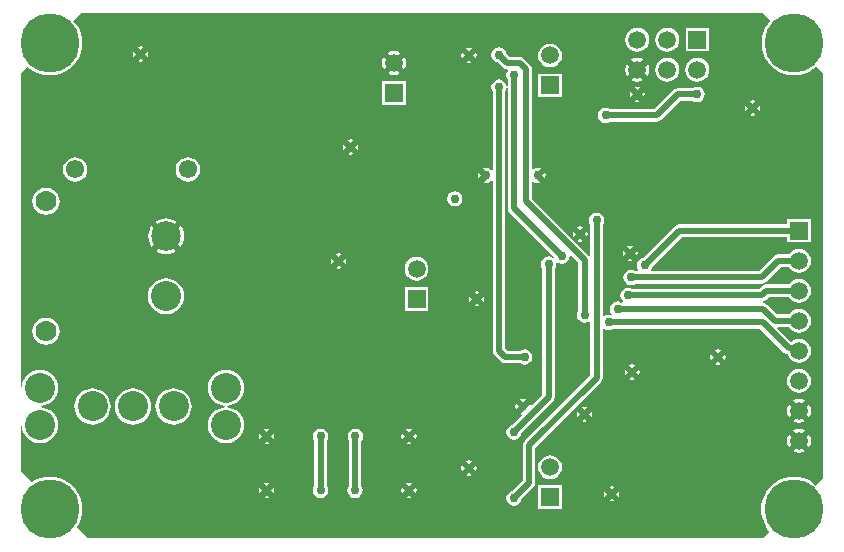
<source format=gbl>
G04*
G04 #@! TF.GenerationSoftware,Altium Limited,Altium Designer,19.0.12 (326)*
G04*
G04 Layer_Physical_Order=2*
G04 Layer_Color=16711680*
%FSLAX25Y25*%
%MOIN*%
G70*
G01*
G75*
%ADD88C,0.02000*%
%ADD92C,0.10000*%
%ADD93C,0.09843*%
%ADD94C,0.07000*%
%ADD95C,0.19685*%
%ADD96R,0.05906X0.05906*%
%ADD97C,0.05906*%
%ADD98C,0.06102*%
%ADD99R,0.05906X0.05906*%
%ADD100C,0.03000*%
G36*
X252944Y175566D02*
X252144Y174629D01*
X251252Y173174D01*
X250599Y171597D01*
X250201Y169938D01*
X250067Y168236D01*
X250201Y166535D01*
X250599Y164875D01*
X251252Y163299D01*
X252144Y161844D01*
X253253Y160546D01*
X254550Y159437D01*
X256005Y158546D01*
X257582Y157893D01*
X259242Y157494D01*
X260943Y157360D01*
X262645Y157494D01*
X264304Y157893D01*
X265881Y158546D01*
X267336Y159437D01*
X268273Y160237D01*
X270510Y158000D01*
Y23000D01*
X268161Y20651D01*
X267139Y21523D01*
X265684Y22415D01*
X264107Y23068D01*
X262448Y23467D01*
X260746Y23600D01*
X259045Y23467D01*
X257385Y23068D01*
X255809Y22415D01*
X254353Y21523D01*
X253056Y20415D01*
X251947Y19117D01*
X251056Y17662D01*
X250402Y16085D01*
X250004Y14426D01*
X249870Y12724D01*
X250004Y11023D01*
X250402Y9364D01*
X251056Y7787D01*
X251947Y6332D01*
X252820Y5310D01*
X250510Y3000D01*
X25510D01*
X21766Y6744D01*
X22405Y7787D01*
X23058Y9364D01*
X23457Y11023D01*
X23591Y12724D01*
X23457Y14426D01*
X23058Y16085D01*
X22405Y17662D01*
X21514Y19117D01*
X20405Y20415D01*
X19107Y21523D01*
X17652Y22415D01*
X16076Y23068D01*
X14416Y23467D01*
X12715Y23600D01*
X11013Y23467D01*
X9354Y23068D01*
X7777Y22415D01*
X6734Y21776D01*
X3010Y25500D01*
Y40431D01*
X3510Y40455D01*
X3597Y39574D01*
X3940Y38443D01*
X4497Y37400D01*
X5247Y36487D01*
X6160Y35737D01*
X7203Y35180D01*
X8334Y34837D01*
X9510Y34721D01*
X10686Y34837D01*
X11817Y35180D01*
X12859Y35737D01*
X13773Y36487D01*
X14523Y37400D01*
X15080Y38443D01*
X15423Y39574D01*
X15539Y40750D01*
X15423Y41926D01*
X15080Y43057D01*
X14523Y44100D01*
X13773Y45013D01*
X12859Y45763D01*
X11817Y46320D01*
X10686Y46663D01*
X9817Y46749D01*
Y47251D01*
X10686Y47337D01*
X11817Y47680D01*
X12859Y48237D01*
X13773Y48987D01*
X14523Y49900D01*
X15080Y50943D01*
X15423Y52074D01*
X15539Y53250D01*
X15423Y54426D01*
X15080Y55557D01*
X14523Y56600D01*
X13773Y57513D01*
X12859Y58263D01*
X11817Y58820D01*
X10686Y59163D01*
X9510Y59279D01*
X8334Y59163D01*
X7203Y58820D01*
X6160Y58263D01*
X5247Y57513D01*
X4497Y56600D01*
X3940Y55557D01*
X3597Y54426D01*
X3510Y53545D01*
X3010Y53569D01*
Y158000D01*
X5311Y160301D01*
X6322Y159437D01*
X7777Y158546D01*
X9354Y157893D01*
X11013Y157494D01*
X12715Y157360D01*
X14416Y157494D01*
X16076Y157893D01*
X17652Y158546D01*
X19107Y159437D01*
X20405Y160546D01*
X21514Y161844D01*
X22405Y163299D01*
X23058Y164875D01*
X23457Y166535D01*
X23591Y168236D01*
X23457Y169938D01*
X23058Y171597D01*
X22405Y173174D01*
X21514Y174629D01*
X20650Y175640D01*
X23010Y178000D01*
X250510D01*
X252944Y175566D01*
D02*
G37*
%LPC*%
G36*
X43010Y167049D02*
X42064Y166861D01*
X43010Y165914D01*
X43957Y166861D01*
X43010Y167049D01*
D02*
G37*
G36*
X152510Y166549D02*
X151564Y166361D01*
X152510Y165414D01*
X153456Y166361D01*
X152510Y166549D01*
D02*
G37*
G36*
X232595Y173256D02*
X224690D01*
Y165350D01*
X232595D01*
Y173256D01*
D02*
G37*
G36*
X218642Y173290D02*
X217610Y173154D01*
X216649Y172756D01*
X215823Y172122D01*
X215190Y171297D01*
X214791Y170335D01*
X214655Y169303D01*
X214791Y168271D01*
X215190Y167310D01*
X215823Y166484D01*
X216649Y165850D01*
X217610Y165452D01*
X218642Y165316D01*
X219674Y165452D01*
X220636Y165850D01*
X221461Y166484D01*
X222095Y167310D01*
X222493Y168271D01*
X222629Y169303D01*
X222493Y170335D01*
X222095Y171297D01*
X221461Y172122D01*
X220636Y172756D01*
X219674Y173154D01*
X218642Y173290D01*
D02*
G37*
G36*
X208642D02*
X207610Y173154D01*
X206649Y172756D01*
X205823Y172122D01*
X205190Y171297D01*
X204791Y170335D01*
X204655Y169303D01*
X204791Y168271D01*
X205190Y167310D01*
X205823Y166484D01*
X206649Y165850D01*
X207610Y165452D01*
X208642Y165316D01*
X209674Y165452D01*
X210636Y165850D01*
X211461Y166484D01*
X212095Y167310D01*
X212493Y168271D01*
X212629Y169303D01*
X212493Y170335D01*
X212095Y171297D01*
X211461Y172122D01*
X210636Y172756D01*
X209674Y173154D01*
X208642Y173290D01*
D02*
G37*
G36*
X45371Y165446D02*
X44424Y164500D01*
X45371Y163554D01*
X45559Y164500D01*
X45371Y165446D01*
D02*
G37*
G36*
X40649Y165446D02*
X40461Y164500D01*
X40649Y163554D01*
X41596Y164500D01*
X40649Y165446D01*
D02*
G37*
G36*
X154871Y164946D02*
X153924Y164000D01*
X154871Y163054D01*
X155059Y164000D01*
X154871Y164946D01*
D02*
G37*
G36*
X150149Y164946D02*
X149961Y164000D01*
X150149Y163054D01*
X151096Y164000D01*
X150149Y164946D01*
D02*
G37*
G36*
X127510Y165487D02*
X126478Y165351D01*
X125517Y164953D01*
X125491Y164933D01*
X127510Y162914D01*
X129529Y164933D01*
X129503Y164953D01*
X128542Y165351D01*
X127510Y165487D01*
D02*
G37*
G36*
X43010Y163086D02*
X42064Y162139D01*
X43010Y161951D01*
X43957Y162139D01*
X43010Y163086D01*
D02*
G37*
G36*
X152510Y162586D02*
X151564Y161639D01*
X152510Y161451D01*
X153456Y161639D01*
X152510Y162586D01*
D02*
G37*
G36*
X208642Y163290D02*
X207610Y163154D01*
X206649Y162756D01*
X206623Y162736D01*
X208642Y160717D01*
X210661Y162736D01*
X210636Y162756D01*
X209674Y163154D01*
X208642Y163290D01*
D02*
G37*
G36*
X179510Y167987D02*
X178478Y167851D01*
X177517Y167453D01*
X176691Y166819D01*
X176057Y165993D01*
X175659Y165032D01*
X175523Y164000D01*
X175659Y162968D01*
X176057Y162007D01*
X176691Y161181D01*
X177517Y160547D01*
X178478Y160149D01*
X179510Y160013D01*
X180542Y160149D01*
X181503Y160547D01*
X182329Y161181D01*
X182963Y162007D01*
X183361Y162968D01*
X183497Y164000D01*
X183361Y165032D01*
X182963Y165993D01*
X182329Y166819D01*
X181503Y167453D01*
X180542Y167851D01*
X179510Y167987D01*
D02*
G37*
G36*
X124077Y163519D02*
X124057Y163493D01*
X123659Y162532D01*
X123523Y161500D01*
X123659Y160468D01*
X124057Y159507D01*
X124077Y159481D01*
X126096Y161500D01*
X124077Y163519D01*
D02*
G37*
G36*
X130943Y163519D02*
X128924Y161500D01*
X130943Y159481D01*
X130963Y159507D01*
X131361Y160468D01*
X131497Y161500D01*
X131361Y162532D01*
X130963Y163493D01*
X130943Y163519D01*
D02*
G37*
G36*
X127510Y160086D02*
X125491Y158067D01*
X125517Y158047D01*
X126478Y157649D01*
X127510Y157513D01*
X128542Y157649D01*
X129503Y158047D01*
X129529Y158067D01*
X127510Y160086D01*
D02*
G37*
G36*
X212075Y161322D02*
X210056Y159303D01*
X212075Y157284D01*
X212095Y157310D01*
X212493Y158271D01*
X212629Y159303D01*
X212493Y160335D01*
X212095Y161297D01*
X212075Y161322D01*
D02*
G37*
G36*
X205209Y161322D02*
X205190Y161297D01*
X204791Y160335D01*
X204655Y159303D01*
X204791Y158271D01*
X205190Y157310D01*
X205209Y157284D01*
X207228Y159303D01*
X205209Y161322D01*
D02*
G37*
G36*
X228642Y163290D02*
X227610Y163154D01*
X226649Y162756D01*
X225823Y162122D01*
X225190Y161297D01*
X224791Y160335D01*
X224655Y159303D01*
X224791Y158271D01*
X225190Y157310D01*
X225823Y156484D01*
X226649Y155850D01*
X227610Y155452D01*
X228642Y155316D01*
X229674Y155452D01*
X230636Y155850D01*
X231461Y156484D01*
X232095Y157310D01*
X232493Y158271D01*
X232629Y159303D01*
X232493Y160335D01*
X232095Y161297D01*
X231461Y162122D01*
X230636Y162756D01*
X229674Y163154D01*
X228642Y163290D01*
D02*
G37*
G36*
X218642D02*
X217610Y163154D01*
X216649Y162756D01*
X215823Y162122D01*
X215190Y161297D01*
X214791Y160335D01*
X214655Y159303D01*
X214791Y158271D01*
X215190Y157310D01*
X215823Y156484D01*
X216649Y155850D01*
X217610Y155452D01*
X218642Y155316D01*
X219674Y155452D01*
X220636Y155850D01*
X221461Y156484D01*
X222095Y157310D01*
X222493Y158271D01*
X222629Y159303D01*
X222493Y160335D01*
X222095Y161297D01*
X221461Y162122D01*
X220636Y162756D01*
X219674Y163154D01*
X218642Y163290D01*
D02*
G37*
G36*
X208642Y157889D02*
X206623Y155870D01*
X206649Y155850D01*
X207610Y155452D01*
X208642Y155316D01*
X209674Y155452D01*
X210636Y155850D01*
X210661Y155870D01*
X208642Y157889D01*
D02*
G37*
G36*
X162510Y166758D02*
X161535Y166564D01*
X160708Y166011D01*
X160155Y165184D01*
X159961Y164209D01*
X160155Y163233D01*
X160708Y162406D01*
X161535Y161854D01*
X162092Y161743D01*
X163777Y160058D01*
X164438Y159616D01*
X165219Y159461D01*
X165479Y158961D01*
X165155Y158475D01*
X164961Y157500D01*
X165155Y156525D01*
X165471Y156052D01*
Y153992D01*
X164971Y153943D01*
X164865Y154475D01*
X164312Y155302D01*
X163485Y155855D01*
X162510Y156049D01*
X161535Y155855D01*
X160708Y155302D01*
X160155Y154475D01*
X159961Y153500D01*
X160155Y152525D01*
X160471Y152052D01*
Y125717D01*
X159971Y125565D01*
X159812Y125802D01*
X158985Y126355D01*
X158010Y126549D01*
X157063Y126361D01*
X158717Y124707D01*
X158010Y124000D01*
X158717Y123293D01*
X157063Y121639D01*
X158010Y121451D01*
X158985Y121645D01*
X159812Y122198D01*
X159971Y122435D01*
X160471Y122283D01*
Y65500D01*
X160626Y64720D01*
X161068Y64058D01*
X163068Y62058D01*
X163730Y61616D01*
X164510Y61461D01*
X169562D01*
X170035Y61145D01*
X171010Y60951D01*
X171985Y61145D01*
X172812Y61698D01*
X173365Y62525D01*
X173559Y63500D01*
X173365Y64476D01*
X172812Y65302D01*
X171985Y65855D01*
X171010Y66049D01*
X170035Y65855D01*
X169562Y65539D01*
X165355D01*
X164549Y66345D01*
Y152052D01*
X164865Y152525D01*
X164971Y153057D01*
X165471Y153007D01*
Y113092D01*
X165626Y112311D01*
X166068Y111650D01*
X180817Y96900D01*
X180499Y96512D01*
X179985Y96855D01*
X179010Y97049D01*
X178034Y96855D01*
X177208Y96302D01*
X176655Y95476D01*
X176461Y94500D01*
X176655Y93525D01*
X176971Y93052D01*
Y50845D01*
X173495Y47369D01*
X172953Y47534D01*
X172871Y47947D01*
X171217Y46293D01*
X169563Y44639D01*
X169976Y44557D01*
X170141Y44015D01*
X167092Y40966D01*
X166534Y40855D01*
X165708Y40302D01*
X165155Y39476D01*
X164961Y38500D01*
X165155Y37525D01*
X165708Y36698D01*
X166534Y36145D01*
X167510Y35951D01*
X168485Y36145D01*
X169312Y36698D01*
X169865Y37525D01*
X169976Y38082D01*
X180452Y48558D01*
X180894Y49220D01*
X181049Y50000D01*
X181049Y50000D01*
Y93052D01*
X181365Y93525D01*
X181559Y94500D01*
X181492Y94835D01*
X181942Y95135D01*
X182525Y94746D01*
X183501Y94552D01*
X184476Y94746D01*
X185303Y95298D01*
X185856Y96125D01*
X186050Y97101D01*
X186011Y97294D01*
X186472Y97540D01*
X188971Y95042D01*
Y78948D01*
X188655Y78475D01*
X188461Y77500D01*
X188655Y76525D01*
X189208Y75698D01*
X190034Y75145D01*
X191010Y74951D01*
X191985Y75145D01*
X192471Y75469D01*
X192971Y75202D01*
Y57345D01*
X171068Y35442D01*
X170626Y34780D01*
X170471Y34000D01*
Y22345D01*
X167092Y18966D01*
X166534Y18855D01*
X165708Y18302D01*
X165155Y17476D01*
X164961Y16500D01*
X165155Y15525D01*
X165708Y14698D01*
X166534Y14145D01*
X167510Y13951D01*
X168485Y14145D01*
X169312Y14698D01*
X169865Y15525D01*
X169976Y16082D01*
X173952Y20058D01*
X174394Y20720D01*
X174549Y21500D01*
Y33155D01*
X196452Y55058D01*
X196452Y55058D01*
X196894Y55720D01*
X197049Y56500D01*
X197049Y56500D01*
Y72702D01*
X197549Y72969D01*
X198035Y72645D01*
X199010Y72451D01*
X199985Y72645D01*
X200458Y72961D01*
X249665D01*
X257672Y64954D01*
X258334Y64512D01*
X258735Y64432D01*
X259057Y63655D01*
X259691Y62829D01*
X260517Y62196D01*
X261478Y61797D01*
X262510Y61661D01*
X263542Y61797D01*
X264503Y62196D01*
X265329Y62829D01*
X265963Y63655D01*
X266361Y64617D01*
X266497Y65648D01*
X266361Y66680D01*
X265963Y67642D01*
X265329Y68467D01*
X264503Y69101D01*
X263542Y69499D01*
X262510Y69635D01*
X261478Y69499D01*
X260517Y69101D01*
X259824Y68570D01*
X255247Y73147D01*
X255438Y73609D01*
X259092D01*
X259691Y72829D01*
X260517Y72196D01*
X261478Y71797D01*
X262510Y71662D01*
X263542Y71797D01*
X264503Y72196D01*
X265329Y72829D01*
X265963Y73655D01*
X266361Y74616D01*
X266497Y75648D01*
X266361Y76680D01*
X265963Y77642D01*
X265329Y78468D01*
X264503Y79101D01*
X263542Y79499D01*
X262510Y79635D01*
X261478Y79499D01*
X260517Y79101D01*
X259691Y78468D01*
X259092Y77688D01*
X255206D01*
X251952Y80942D01*
X251290Y81384D01*
X250510Y81539D01*
X250453D01*
X250404Y82039D01*
X250790Y82116D01*
X251452Y82558D01*
X252503Y83609D01*
X259092D01*
X259691Y82829D01*
X260517Y82196D01*
X261478Y81797D01*
X262510Y81661D01*
X263542Y81797D01*
X264503Y82196D01*
X265329Y82829D01*
X265963Y83655D01*
X266361Y84617D01*
X266497Y85648D01*
X266361Y86680D01*
X265963Y87642D01*
X265329Y88468D01*
X264503Y89101D01*
X263542Y89499D01*
X262510Y89635D01*
X261478Y89499D01*
X260517Y89101D01*
X259691Y88468D01*
X259092Y87687D01*
X251658D01*
X250878Y87532D01*
X250216Y87090D01*
X249165Y86039D01*
X206958D01*
X206485Y86355D01*
X205510Y86549D01*
X204535Y86355D01*
X203708Y85802D01*
X203155Y84975D01*
X202961Y84000D01*
X203155Y83025D01*
X203681Y82237D01*
X203681Y82105D01*
X203564Y81692D01*
X203320Y81632D01*
X202985Y81855D01*
X202010Y82049D01*
X201034Y81855D01*
X200208Y81302D01*
X199655Y80475D01*
X199461Y79500D01*
X199655Y78525D01*
X200130Y77814D01*
X199848Y77382D01*
X199010Y77549D01*
X198035Y77355D01*
X197549Y77031D01*
X197049Y77298D01*
Y107552D01*
X197365Y108025D01*
X197559Y109000D01*
X197365Y109976D01*
X196812Y110802D01*
X195985Y111355D01*
X195010Y111549D01*
X194035Y111355D01*
X193208Y110802D01*
X192655Y109976D01*
X192461Y109000D01*
X192655Y108025D01*
X192971Y107552D01*
Y97452D01*
X192471Y97300D01*
X192452Y97328D01*
X192452Y97328D01*
X173549Y116231D01*
Y121702D01*
X174049Y121969D01*
X174534Y121645D01*
X175510Y121451D01*
X176456Y121639D01*
X174803Y123293D01*
X175510Y124000D01*
X174803Y124707D01*
X176456Y126361D01*
X175510Y126549D01*
X174534Y126355D01*
X174049Y126031D01*
X173549Y126298D01*
Y159500D01*
X173394Y160280D01*
X172952Y160942D01*
X170952Y162942D01*
X170290Y163384D01*
X169510Y163539D01*
X166063D01*
X164976Y164627D01*
X164865Y165184D01*
X164312Y166011D01*
X163485Y166564D01*
X162510Y166758D01*
D02*
G37*
G36*
X208642Y153549D02*
X207696Y153361D01*
X208642Y152414D01*
X209589Y153361D01*
X208642Y153549D01*
D02*
G37*
G36*
X211003Y151946D02*
X210056Y151000D01*
X211003Y150054D01*
X211191Y151000D01*
X211003Y151946D01*
D02*
G37*
G36*
X206282Y151946D02*
X206093Y151000D01*
X206282Y150054D01*
X207228Y151000D01*
X206282Y151946D01*
D02*
G37*
G36*
X183463Y157953D02*
X175557D01*
Y150047D01*
X183463D01*
Y157953D01*
D02*
G37*
G36*
X228642Y153549D02*
X227667Y153355D01*
X227194Y153039D01*
X222010D01*
X221230Y152884D01*
X220568Y152442D01*
X220568Y152442D01*
X214165Y146039D01*
X199458D01*
X198985Y146355D01*
X198010Y146549D01*
X197035Y146355D01*
X196208Y145802D01*
X195655Y144975D01*
X195461Y144000D01*
X195655Y143025D01*
X196208Y142198D01*
X197035Y141645D01*
X198010Y141451D01*
X198985Y141645D01*
X199458Y141961D01*
X215010D01*
X215790Y142116D01*
X216452Y142558D01*
X222855Y148961D01*
X227194D01*
X227667Y148645D01*
X228642Y148451D01*
X229618Y148645D01*
X230445Y149198D01*
X230997Y150025D01*
X231191Y151000D01*
X230997Y151976D01*
X230445Y152802D01*
X229618Y153355D01*
X228642Y153549D01*
D02*
G37*
G36*
X208642Y149586D02*
X207696Y148639D01*
X208642Y148451D01*
X209589Y148639D01*
X208642Y149586D01*
D02*
G37*
G36*
X247010Y149049D02*
X246063Y148861D01*
X247010Y147914D01*
X247956Y148861D01*
X247010Y149049D01*
D02*
G37*
G36*
X131463Y155453D02*
X123557D01*
Y147547D01*
X131463D01*
Y155453D01*
D02*
G37*
G36*
X249371Y147447D02*
X248424Y146500D01*
X249371Y145554D01*
X249559Y146500D01*
X249371Y147447D01*
D02*
G37*
G36*
X244649Y147447D02*
X244461Y146500D01*
X244649Y145554D01*
X245596Y146500D01*
X244649Y147447D01*
D02*
G37*
G36*
X247010Y145086D02*
X246063Y144139D01*
X247010Y143951D01*
X247956Y144139D01*
X247010Y145086D01*
D02*
G37*
G36*
X113010Y136049D02*
X112064Y135861D01*
X113010Y134914D01*
X113956Y135861D01*
X113010Y136049D01*
D02*
G37*
G36*
X115371Y134447D02*
X114424Y133500D01*
X115371Y132554D01*
X115559Y133500D01*
X115371Y134447D01*
D02*
G37*
G36*
X110649Y134447D02*
X110461Y133500D01*
X110649Y132554D01*
X111596Y133500D01*
X110649Y134447D01*
D02*
G37*
G36*
X113010Y132086D02*
X112064Y131139D01*
X113010Y130951D01*
X113956Y131139D01*
X113010Y132086D01*
D02*
G37*
G36*
X177871Y124946D02*
X176924Y124000D01*
X177871Y123054D01*
X178059Y124000D01*
X177871Y124946D01*
D02*
G37*
G36*
X155649Y124946D02*
X155461Y124000D01*
X155649Y123054D01*
X156596Y124000D01*
X155649Y124946D01*
D02*
G37*
G36*
X58789Y130086D02*
X57732Y129947D01*
X56747Y129539D01*
X55900Y128889D01*
X55251Y128043D01*
X54843Y127058D01*
X54703Y126000D01*
X54843Y124942D01*
X55251Y123957D01*
X55900Y123111D01*
X56747Y122461D01*
X57732Y122053D01*
X58789Y121914D01*
X59847Y122053D01*
X60833Y122461D01*
X61679Y123111D01*
X62328Y123957D01*
X62736Y124942D01*
X62876Y126000D01*
X62736Y127058D01*
X62328Y128043D01*
X61679Y128889D01*
X60833Y129539D01*
X59847Y129947D01*
X58789Y130086D01*
D02*
G37*
G36*
X21230D02*
X20173Y129947D01*
X19187Y129539D01*
X18341Y128889D01*
X17692Y128043D01*
X17284Y127058D01*
X17144Y126000D01*
X17284Y124942D01*
X17692Y123957D01*
X18341Y123111D01*
X19187Y122461D01*
X20173Y122053D01*
X21230Y121914D01*
X22288Y122053D01*
X23273Y122461D01*
X24120Y123111D01*
X24769Y123957D01*
X25177Y124942D01*
X25317Y126000D01*
X25177Y127058D01*
X24769Y128043D01*
X24120Y128889D01*
X23273Y129539D01*
X22288Y129947D01*
X21230Y130086D01*
D02*
G37*
G36*
X147708Y118830D02*
X146733Y118636D01*
X145906Y118084D01*
X145353Y117257D01*
X145159Y116281D01*
X145353Y115306D01*
X145906Y114479D01*
X146733Y113926D01*
X147708Y113732D01*
X148684Y113926D01*
X149511Y114479D01*
X150063Y115306D01*
X150257Y116281D01*
X150063Y117257D01*
X149511Y118084D01*
X148684Y118636D01*
X147708Y118830D01*
D02*
G37*
G36*
X11510Y119925D02*
X10335Y119770D01*
X9241Y119317D01*
X8301Y118596D01*
X7579Y117656D01*
X7126Y116561D01*
X6971Y115386D01*
X7126Y114211D01*
X7579Y113117D01*
X8301Y112177D01*
X9241Y111455D01*
X10335Y111002D01*
X11510Y110847D01*
X12685Y111002D01*
X13779Y111455D01*
X14719Y112177D01*
X15441Y113117D01*
X15894Y114211D01*
X16049Y115386D01*
X15894Y116561D01*
X15441Y117656D01*
X14719Y118596D01*
X13779Y119317D01*
X12685Y119770D01*
X11510Y119925D01*
D02*
G37*
G36*
X189596Y107049D02*
X188649Y106861D01*
X189596Y105914D01*
X190542Y106861D01*
X189596Y107049D01*
D02*
G37*
G36*
X51510Y109683D02*
X50349Y109568D01*
X49233Y109230D01*
X48204Y108680D01*
X48079Y108577D01*
X51510Y105147D01*
X54940Y108577D01*
X54816Y108680D01*
X53787Y109230D01*
X52671Y109568D01*
X51510Y109683D01*
D02*
G37*
G36*
X191956Y105447D02*
X191010Y104500D01*
X191956Y103553D01*
X192145Y104500D01*
X191956Y105447D01*
D02*
G37*
G36*
X187235Y105447D02*
X187047Y104500D01*
X187235Y103553D01*
X188181Y104500D01*
X187235Y105447D01*
D02*
G37*
G36*
X189596Y103086D02*
X188649Y102139D01*
X189596Y101951D01*
X190542Y102139D01*
X189596Y103086D01*
D02*
G37*
G36*
X266463Y109601D02*
X258557D01*
Y107687D01*
X222658D01*
X221878Y107532D01*
X221216Y107090D01*
X221216Y107090D01*
X210592Y96466D01*
X210034Y96355D01*
X209208Y95802D01*
X208655Y94976D01*
X208461Y94000D01*
X208655Y93025D01*
X208979Y92539D01*
X208712Y92039D01*
X207958D01*
X207485Y92355D01*
X206510Y92549D01*
X205535Y92355D01*
X204708Y91802D01*
X204155Y90975D01*
X203961Y90000D01*
X204155Y89025D01*
X204708Y88198D01*
X205535Y87645D01*
X206510Y87451D01*
X207485Y87645D01*
X207958Y87961D01*
X250010D01*
X250790Y88116D01*
X251452Y88558D01*
X256503Y93609D01*
X259092D01*
X259691Y92829D01*
X260517Y92196D01*
X261478Y91797D01*
X262510Y91662D01*
X263542Y91797D01*
X264503Y92196D01*
X265329Y92829D01*
X265963Y93655D01*
X266361Y94617D01*
X266497Y95648D01*
X266361Y96680D01*
X265963Y97642D01*
X265329Y98467D01*
X264503Y99101D01*
X263542Y99499D01*
X262510Y99635D01*
X261478Y99499D01*
X260517Y99101D01*
X259691Y98467D01*
X259092Y97688D01*
X255658D01*
X254878Y97532D01*
X254216Y97090D01*
X249165Y92039D01*
X213308D01*
X213041Y92539D01*
X213365Y93025D01*
X213476Y93582D01*
X223503Y103609D01*
X258557D01*
Y101696D01*
X266463D01*
Y109601D01*
D02*
G37*
G36*
X46665Y107163D02*
X46563Y107038D01*
X46013Y106009D01*
X45674Y104893D01*
X45560Y103733D01*
X45674Y102572D01*
X46013Y101456D01*
X46563Y100427D01*
X46665Y100302D01*
X50096Y103733D01*
X46665Y107163D01*
D02*
G37*
G36*
X56355D02*
X52924Y103733D01*
X56355Y100302D01*
X56457Y100427D01*
X57007Y101456D01*
X57346Y102572D01*
X57460Y103733D01*
X57346Y104893D01*
X57007Y106009D01*
X56457Y107038D01*
X56355Y107163D01*
D02*
G37*
G36*
X206282Y100549D02*
X205335Y100361D01*
X206282Y99414D01*
X207228Y100361D01*
X206282Y100549D01*
D02*
G37*
G36*
X51510Y102318D02*
X48079Y98888D01*
X48204Y98785D01*
X49233Y98236D01*
X50349Y97897D01*
X51510Y97783D01*
X52671Y97897D01*
X53787Y98236D01*
X54816Y98785D01*
X54940Y98888D01*
X51510Y102318D01*
D02*
G37*
G36*
X208642Y98946D02*
X207696Y98000D01*
X208642Y97053D01*
X208830Y98000D01*
X208642Y98946D01*
D02*
G37*
G36*
X203921Y98946D02*
X203733Y98000D01*
X203921Y97053D01*
X204867Y98000D01*
X203921Y98946D01*
D02*
G37*
G36*
X109010Y98049D02*
X108063Y97861D01*
X109010Y96914D01*
X109957Y97861D01*
X109010Y98049D01*
D02*
G37*
G36*
X206282Y96586D02*
X205335Y95639D01*
X206282Y95451D01*
X207228Y95639D01*
X206282Y96586D01*
D02*
G37*
G36*
X111371Y96447D02*
X110424Y95500D01*
X111371Y94554D01*
X111559Y95500D01*
X111371Y96447D01*
D02*
G37*
G36*
X106649Y96447D02*
X106461Y95500D01*
X106649Y94554D01*
X107596Y95500D01*
X106649Y96447D01*
D02*
G37*
G36*
X109010Y94086D02*
X108063Y93139D01*
X109010Y92951D01*
X109957Y93139D01*
X109010Y94086D01*
D02*
G37*
G36*
X135010Y96928D02*
X133978Y96792D01*
X133017Y96394D01*
X132191Y95760D01*
X131557Y94934D01*
X131159Y93973D01*
X131023Y92941D01*
X131159Y91909D01*
X131557Y90948D01*
X132191Y90122D01*
X133017Y89488D01*
X133978Y89090D01*
X135010Y88954D01*
X136042Y89090D01*
X137003Y89488D01*
X137829Y90122D01*
X138463Y90948D01*
X138861Y91909D01*
X138997Y92941D01*
X138861Y93973D01*
X138463Y94934D01*
X137829Y95760D01*
X137003Y96394D01*
X136042Y96792D01*
X135010Y96928D01*
D02*
G37*
G36*
X155010Y85490D02*
X154063Y85302D01*
X155010Y84355D01*
X155956Y85302D01*
X155010Y85490D01*
D02*
G37*
G36*
X157371Y83887D02*
X156424Y82941D01*
X157371Y81994D01*
X157559Y82941D01*
X157371Y83887D01*
D02*
G37*
G36*
X152649Y83887D02*
X152461Y82941D01*
X152649Y81994D01*
X153596Y82941D01*
X152649Y83887D01*
D02*
G37*
G36*
X155010Y81527D02*
X154063Y80580D01*
X155010Y80392D01*
X155956Y80580D01*
X155010Y81527D01*
D02*
G37*
G36*
X138963Y86894D02*
X131057D01*
Y78988D01*
X138963D01*
Y86894D01*
D02*
G37*
G36*
X51510Y89762D02*
X50334Y89646D01*
X49203Y89303D01*
X48160Y88746D01*
X47247Y87996D01*
X46497Y87082D01*
X45940Y86040D01*
X45597Y84909D01*
X45481Y83733D01*
X45597Y82556D01*
X45940Y81425D01*
X46497Y80383D01*
X47247Y79469D01*
X48160Y78720D01*
X49203Y78162D01*
X50334Y77819D01*
X51510Y77704D01*
X52686Y77819D01*
X53817Y78162D01*
X54860Y78720D01*
X55773Y79469D01*
X56523Y80383D01*
X57080Y81425D01*
X57423Y82556D01*
X57539Y83733D01*
X57423Y84909D01*
X57080Y86040D01*
X56523Y87082D01*
X55773Y87996D01*
X54860Y88746D01*
X53817Y89303D01*
X52686Y89646D01*
X51510Y89762D01*
D02*
G37*
G36*
X11510Y76618D02*
X10335Y76463D01*
X9241Y76010D01*
X8301Y75288D01*
X7579Y74348D01*
X7126Y73254D01*
X6971Y72079D01*
X7126Y70904D01*
X7579Y69810D01*
X8301Y68870D01*
X9241Y68148D01*
X10335Y67695D01*
X11510Y67540D01*
X12685Y67695D01*
X13779Y68148D01*
X14719Y68870D01*
X15441Y69810D01*
X15894Y70904D01*
X16049Y72079D01*
X15894Y73254D01*
X15441Y74348D01*
X14719Y75288D01*
X13779Y76010D01*
X12685Y76463D01*
X11510Y76618D01*
D02*
G37*
G36*
X235510Y66049D02*
X234563Y65861D01*
X235510Y64914D01*
X236456Y65861D01*
X235510Y66049D01*
D02*
G37*
G36*
X237871Y64447D02*
X236924Y63500D01*
X237871Y62554D01*
X238059Y63500D01*
X237871Y64447D01*
D02*
G37*
G36*
X233149Y64447D02*
X232961Y63500D01*
X233149Y62554D01*
X234096Y63500D01*
X233149Y64447D01*
D02*
G37*
G36*
X235510Y62086D02*
X234563Y61139D01*
X235510Y60951D01*
X236456Y61139D01*
X235510Y62086D01*
D02*
G37*
G36*
X206904Y61049D02*
X205957Y60861D01*
X206904Y59914D01*
X207850Y60861D01*
X206904Y61049D01*
D02*
G37*
G36*
X209264Y59447D02*
X208318Y58500D01*
X209264Y57553D01*
X209453Y58500D01*
X209264Y59447D01*
D02*
G37*
G36*
X204543Y59447D02*
X204355Y58500D01*
X204543Y57553D01*
X205489Y58500D01*
X204543Y59447D01*
D02*
G37*
G36*
X206904Y57086D02*
X205957Y56139D01*
X206904Y55951D01*
X207850Y56139D01*
X206904Y57086D01*
D02*
G37*
G36*
X262510Y59635D02*
X261478Y59499D01*
X260517Y59101D01*
X259691Y58468D01*
X259057Y57642D01*
X258659Y56680D01*
X258523Y55648D01*
X258659Y54616D01*
X259057Y53655D01*
X259691Y52829D01*
X260517Y52196D01*
X261478Y51797D01*
X262510Y51661D01*
X263542Y51797D01*
X264503Y52196D01*
X265329Y52829D01*
X265963Y53655D01*
X266361Y54616D01*
X266497Y55648D01*
X266361Y56680D01*
X265963Y57642D01*
X265329Y58468D01*
X264503Y59101D01*
X263542Y59499D01*
X262510Y59635D01*
D02*
G37*
G36*
X170510Y49549D02*
X169563Y49361D01*
X170510Y48414D01*
X171457Y49361D01*
X170510Y49549D01*
D02*
G37*
G36*
X262510Y49635D02*
X261478Y49499D01*
X260517Y49101D01*
X260491Y49082D01*
X262510Y47063D01*
X264529Y49082D01*
X264503Y49101D01*
X263542Y49499D01*
X262510Y49635D01*
D02*
G37*
G36*
X168149Y47947D02*
X167961Y47000D01*
X168149Y46053D01*
X169096Y47000D01*
X168149Y47947D01*
D02*
G37*
G36*
X191010Y46923D02*
X190064Y46734D01*
X191010Y45788D01*
X191956Y46734D01*
X191010Y46923D01*
D02*
G37*
G36*
X265943Y47667D02*
X263924Y45648D01*
X265943Y43629D01*
X265963Y43655D01*
X266361Y44616D01*
X266497Y45648D01*
X266361Y46680D01*
X265963Y47642D01*
X265943Y47667D01*
D02*
G37*
G36*
X259077Y47667D02*
X259057Y47642D01*
X258659Y46680D01*
X258523Y45648D01*
X258659Y44616D01*
X259057Y43655D01*
X259077Y43629D01*
X261096Y45648D01*
X259077Y47667D01*
D02*
G37*
G36*
X193371Y45320D02*
X192424Y44374D01*
X193371Y43427D01*
X193559Y44374D01*
X193371Y45320D01*
D02*
G37*
G36*
X188649Y45320D02*
X188461Y44374D01*
X188649Y43427D01*
X189596Y44374D01*
X188649Y45320D01*
D02*
G37*
G36*
X191010Y42959D02*
X190064Y42013D01*
X191010Y41825D01*
X191956Y42013D01*
X191010Y42959D01*
D02*
G37*
G36*
X262510Y44234D02*
X260491Y42215D01*
X260517Y42196D01*
X261478Y41797D01*
X262510Y41662D01*
X263542Y41797D01*
X264503Y42196D01*
X264529Y42215D01*
X262510Y44234D01*
D02*
G37*
G36*
X54010Y53029D02*
X52834Y52913D01*
X51703Y52570D01*
X50660Y52013D01*
X49747Y51263D01*
X48997Y50350D01*
X48440Y49307D01*
X48097Y48176D01*
X47981Y47000D01*
X48097Y45824D01*
X48440Y44693D01*
X48997Y43650D01*
X49747Y42737D01*
X50660Y41987D01*
X51703Y41430D01*
X52834Y41087D01*
X54010Y40971D01*
X55186Y41087D01*
X56317Y41430D01*
X57359Y41987D01*
X58273Y42737D01*
X59023Y43650D01*
X59580Y44693D01*
X59923Y45824D01*
X60039Y47000D01*
X59923Y48176D01*
X59580Y49307D01*
X59023Y50350D01*
X58273Y51263D01*
X57359Y52013D01*
X56317Y52570D01*
X55186Y52913D01*
X54010Y53029D01*
D02*
G37*
G36*
X40510D02*
X39334Y52913D01*
X38203Y52570D01*
X37160Y52013D01*
X36247Y51263D01*
X35497Y50350D01*
X34940Y49307D01*
X34597Y48176D01*
X34481Y47000D01*
X34597Y45824D01*
X34940Y44693D01*
X35497Y43650D01*
X36247Y42737D01*
X37160Y41987D01*
X38203Y41430D01*
X39334Y41087D01*
X40510Y40971D01*
X41686Y41087D01*
X42817Y41430D01*
X43859Y41987D01*
X44773Y42737D01*
X45523Y43650D01*
X46080Y44693D01*
X46423Y45824D01*
X46539Y47000D01*
X46423Y48176D01*
X46080Y49307D01*
X45523Y50350D01*
X44773Y51263D01*
X43859Y52013D01*
X42817Y52570D01*
X41686Y52913D01*
X40510Y53029D01*
D02*
G37*
G36*
X27010D02*
X25834Y52913D01*
X24703Y52570D01*
X23660Y52013D01*
X22747Y51263D01*
X21997Y50350D01*
X21440Y49307D01*
X21097Y48176D01*
X20981Y47000D01*
X21097Y45824D01*
X21440Y44693D01*
X21997Y43650D01*
X22747Y42737D01*
X23660Y41987D01*
X24703Y41430D01*
X25834Y41087D01*
X27010Y40971D01*
X28186Y41087D01*
X29317Y41430D01*
X30360Y41987D01*
X31273Y42737D01*
X32023Y43650D01*
X32580Y44693D01*
X32923Y45824D01*
X33039Y47000D01*
X32923Y48176D01*
X32580Y49307D01*
X32023Y50350D01*
X31273Y51263D01*
X30360Y52013D01*
X29317Y52570D01*
X28186Y52913D01*
X27010Y53029D01*
D02*
G37*
G36*
X85010Y39549D02*
X84064Y39361D01*
X85010Y38414D01*
X85957Y39361D01*
X85010Y39549D01*
D02*
G37*
G36*
X132510D02*
X131563Y39361D01*
X132510Y38414D01*
X133457Y39361D01*
X132510Y39549D01*
D02*
G37*
G36*
X262510Y39635D02*
X261478Y39499D01*
X260517Y39101D01*
X260491Y39081D01*
X262510Y37063D01*
X264529Y39081D01*
X264503Y39101D01*
X263542Y39499D01*
X262510Y39635D01*
D02*
G37*
G36*
X87371Y37947D02*
X86424Y37000D01*
X87371Y36053D01*
X87559Y37000D01*
X87371Y37947D01*
D02*
G37*
G36*
X134871D02*
X133924Y37000D01*
X134871Y36053D01*
X135059Y37000D01*
X134871Y37947D01*
D02*
G37*
G36*
X130149Y37947D02*
X129961Y37000D01*
X130149Y36053D01*
X131096Y37000D01*
X130149Y37947D01*
D02*
G37*
G36*
X82649D02*
X82461Y37000D01*
X82649Y36053D01*
X83596Y37000D01*
X82649Y37947D01*
D02*
G37*
G36*
X71510Y59279D02*
X70334Y59163D01*
X69203Y58820D01*
X68160Y58263D01*
X67247Y57513D01*
X66497Y56600D01*
X65940Y55557D01*
X65597Y54426D01*
X65481Y53250D01*
X65597Y52074D01*
X65940Y50943D01*
X66497Y49900D01*
X67247Y48987D01*
X68160Y48237D01*
X69203Y47680D01*
X70334Y47337D01*
X71203Y47251D01*
Y46749D01*
X70334Y46663D01*
X69203Y46320D01*
X68160Y45763D01*
X67247Y45013D01*
X66497Y44100D01*
X65940Y43057D01*
X65597Y41926D01*
X65481Y40750D01*
X65597Y39574D01*
X65940Y38443D01*
X66497Y37400D01*
X67247Y36487D01*
X68160Y35737D01*
X69203Y35180D01*
X70334Y34837D01*
X71510Y34721D01*
X72686Y34837D01*
X73817Y35180D01*
X74859Y35737D01*
X75773Y36487D01*
X76523Y37400D01*
X77080Y38443D01*
X77423Y39574D01*
X77539Y40750D01*
X77423Y41926D01*
X77080Y43057D01*
X76523Y44100D01*
X75773Y45013D01*
X74859Y45763D01*
X73817Y46320D01*
X72686Y46663D01*
X71817Y46749D01*
Y47251D01*
X72686Y47337D01*
X73817Y47680D01*
X74859Y48237D01*
X75773Y48987D01*
X76523Y49900D01*
X77080Y50943D01*
X77423Y52074D01*
X77539Y53250D01*
X77423Y54426D01*
X77080Y55557D01*
X76523Y56600D01*
X75773Y57513D01*
X74859Y58263D01*
X73817Y58820D01*
X72686Y59163D01*
X71510Y59279D01*
D02*
G37*
G36*
X132510Y35586D02*
X131563Y34639D01*
X132510Y34451D01*
X133457Y34639D01*
X132510Y35586D01*
D02*
G37*
G36*
X85010D02*
X84064Y34639D01*
X85010Y34451D01*
X85957Y34639D01*
X85010Y35586D01*
D02*
G37*
G36*
X265943Y37667D02*
X263924Y35648D01*
X265943Y33629D01*
X265963Y33655D01*
X266361Y34617D01*
X266497Y35648D01*
X266361Y36680D01*
X265963Y37642D01*
X265943Y37667D01*
D02*
G37*
G36*
X259077Y37667D02*
X259057Y37642D01*
X258659Y36680D01*
X258523Y35648D01*
X258659Y34617D01*
X259057Y33655D01*
X259077Y33629D01*
X261096Y35648D01*
X259077Y37667D01*
D02*
G37*
G36*
X262510Y34234D02*
X260491Y32215D01*
X260517Y32196D01*
X261478Y31797D01*
X262510Y31661D01*
X263542Y31797D01*
X264503Y32196D01*
X264529Y32215D01*
X262510Y34234D01*
D02*
G37*
G36*
X152510Y29049D02*
X151564Y28861D01*
X152510Y27914D01*
X153456Y28861D01*
X152510Y29049D01*
D02*
G37*
G36*
X154871Y27446D02*
X153924Y26500D01*
X154871Y25554D01*
X155059Y26500D01*
X154871Y27446D01*
D02*
G37*
G36*
X150149Y27446D02*
X149961Y26500D01*
X150149Y25554D01*
X151096Y26500D01*
X150149Y27446D01*
D02*
G37*
G36*
X152510Y25086D02*
X151564Y24139D01*
X152510Y23951D01*
X153456Y24139D01*
X152510Y25086D01*
D02*
G37*
G36*
X179510Y30707D02*
X178478Y30571D01*
X177517Y30173D01*
X176691Y29540D01*
X176057Y28714D01*
X175659Y27752D01*
X175523Y26720D01*
X175659Y25689D01*
X176057Y24727D01*
X176691Y23901D01*
X177517Y23268D01*
X178478Y22870D01*
X179510Y22734D01*
X180542Y22870D01*
X181503Y23268D01*
X182329Y23901D01*
X182963Y24727D01*
X183361Y25689D01*
X183497Y26720D01*
X183361Y27752D01*
X182963Y28714D01*
X182329Y29540D01*
X181503Y30173D01*
X180542Y30571D01*
X179510Y30707D01*
D02*
G37*
G36*
X132510Y21549D02*
X131563Y21361D01*
X132510Y20414D01*
X133457Y21361D01*
X132510Y21549D01*
D02*
G37*
G36*
X85010D02*
X84064Y21361D01*
X85010Y20414D01*
X85957Y21361D01*
X85010Y21549D01*
D02*
G37*
G36*
X200010Y20490D02*
X199064Y20302D01*
X200010Y19355D01*
X200957Y20302D01*
X200010Y20490D01*
D02*
G37*
G36*
X134871Y19947D02*
X133924Y19000D01*
X134871Y18054D01*
X135059Y19000D01*
X134871Y19947D01*
D02*
G37*
G36*
X87371D02*
X86424Y19000D01*
X87371Y18054D01*
X87559Y19000D01*
X87371Y19947D01*
D02*
G37*
G36*
X130149Y19947D02*
X129961Y19000D01*
X130149Y18054D01*
X131096Y19000D01*
X130149Y19947D01*
D02*
G37*
G36*
X82649D02*
X82461Y19000D01*
X82649Y18054D01*
X83596Y19000D01*
X82649Y19947D01*
D02*
G37*
G36*
X202371Y18887D02*
X201424Y17941D01*
X202371Y16995D01*
X202559Y17941D01*
X202371Y18887D01*
D02*
G37*
G36*
X197649Y18888D02*
X197461Y17941D01*
X197649Y16995D01*
X198596Y17941D01*
X197649Y18888D01*
D02*
G37*
G36*
X132510Y17586D02*
X131563Y16639D01*
X132510Y16451D01*
X133457Y16639D01*
X132510Y17586D01*
D02*
G37*
G36*
X114660Y39549D02*
X113684Y39355D01*
X112858Y38802D01*
X112305Y37975D01*
X112111Y37000D01*
X112305Y36025D01*
X112471Y35776D01*
Y20448D01*
X112155Y19975D01*
X111961Y19000D01*
X112155Y18025D01*
X112708Y17198D01*
X113534Y16645D01*
X114510Y16451D01*
X115485Y16645D01*
X116312Y17198D01*
X116865Y18025D01*
X117059Y19000D01*
X116865Y19975D01*
X116549Y20448D01*
Y35328D01*
X117015Y36025D01*
X117209Y37000D01*
X117015Y37975D01*
X116462Y38802D01*
X115635Y39355D01*
X114660Y39549D01*
D02*
G37*
G36*
X103010D02*
X102034Y39355D01*
X101208Y38802D01*
X100655Y37975D01*
X100461Y37000D01*
X100655Y36025D01*
X100971Y35552D01*
Y20448D01*
X100655Y19975D01*
X100461Y19000D01*
X100655Y18025D01*
X101208Y17198D01*
X102034Y16645D01*
X103010Y16451D01*
X103985Y16645D01*
X104812Y17198D01*
X105365Y18025D01*
X105559Y19000D01*
X105365Y19975D01*
X105049Y20448D01*
Y35552D01*
X105365Y36025D01*
X105559Y37000D01*
X105365Y37975D01*
X104812Y38802D01*
X103985Y39355D01*
X103010Y39549D01*
D02*
G37*
G36*
X85010Y17586D02*
X84064Y16639D01*
X85010Y16451D01*
X85957Y16639D01*
X85010Y17586D01*
D02*
G37*
G36*
X200010Y16527D02*
X199064Y15580D01*
X200010Y15392D01*
X200957Y15580D01*
X200010Y16527D01*
D02*
G37*
G36*
X183463Y20673D02*
X175557D01*
Y12768D01*
X183463D01*
Y20673D01*
D02*
G37*
%LPD*%
D88*
X215010Y144000D02*
X222010Y151000D01*
X198010Y144000D02*
X215010D01*
X222010Y151000D02*
X228642D01*
X250510Y75000D02*
X259114Y66396D01*
X261763D01*
X262510Y65648D01*
X199010Y75000D02*
X250510D01*
Y79500D02*
X254362Y75648D01*
X262510D01*
X202010Y79500D02*
X250510D01*
X250010Y84000D02*
X251658Y85648D01*
X262510D01*
X205510Y84000D02*
X250010D01*
Y90000D02*
X255658Y95648D01*
X262510D01*
X206510Y90000D02*
X250010D01*
X222658Y105648D02*
X262510D01*
X211010Y94000D02*
X222658Y105648D01*
X103010Y19000D02*
Y37000D01*
X114510Y36850D02*
X114660Y37000D01*
X114510Y19000D02*
Y36850D01*
X171510Y115386D02*
X191010Y95886D01*
Y77500D02*
Y95886D01*
X171510Y115386D02*
Y159500D01*
X179010Y50000D02*
Y94500D01*
X167510Y38500D02*
X179010Y50000D01*
X195010Y56500D02*
Y109000D01*
X172510Y34000D02*
X195010Y56500D01*
X169510Y161500D02*
X171510Y159500D01*
X165219Y161500D02*
X169510D01*
X162510Y164209D02*
X165219Y161500D01*
X167510Y113092D02*
X183501Y97101D01*
X167510Y113092D02*
Y157500D01*
X172510Y21500D02*
Y34000D01*
X167510Y16500D02*
X172510Y21500D01*
X162510Y65500D02*
X164510Y63500D01*
X171010D01*
X162510Y65500D02*
Y153500D01*
D92*
X40510Y47000D02*
D03*
X27010D02*
D03*
X54010D02*
D03*
X9510Y40750D02*
D03*
Y53250D02*
D03*
X71510Y40750D02*
D03*
Y53250D02*
D03*
X51510Y83733D02*
D03*
D93*
Y103733D02*
D03*
D94*
X11510Y72079D02*
D03*
Y115386D02*
D03*
D95*
X260943Y168236D02*
D03*
X12715D02*
D03*
Y12724D02*
D03*
X260746D02*
D03*
D96*
X127510Y151500D02*
D03*
X179510Y16721D02*
D03*
Y154000D02*
D03*
X135010Y82941D02*
D03*
X262510Y105648D02*
D03*
D97*
X127510Y161500D02*
D03*
X179510Y26720D02*
D03*
Y164000D02*
D03*
X228642Y159303D02*
D03*
X218642Y169303D02*
D03*
Y159303D02*
D03*
X208642Y169303D02*
D03*
Y159303D02*
D03*
X135010Y92941D02*
D03*
X262510Y95648D02*
D03*
Y85648D02*
D03*
Y75648D02*
D03*
Y65648D02*
D03*
Y55648D02*
D03*
Y45648D02*
D03*
Y35648D02*
D03*
D98*
X21230Y126000D02*
D03*
X58789D02*
D03*
D99*
X228642Y169303D02*
D03*
D100*
X247010Y146500D02*
D03*
X228642Y151000D02*
D03*
X109010Y95500D02*
D03*
X147708Y116281D02*
D03*
X206282Y98000D02*
D03*
X206904Y58500D02*
D03*
X235510Y63500D02*
D03*
X189596Y104500D02*
D03*
X199010Y75000D02*
D03*
X113010Y133500D02*
D03*
X43010Y164500D02*
D03*
X205510Y84000D02*
D03*
X206510Y90000D02*
D03*
X211010Y94000D02*
D03*
X132510Y19000D02*
D03*
Y37000D02*
D03*
X85010D02*
D03*
Y19000D02*
D03*
X103010Y37000D02*
D03*
Y19000D02*
D03*
X114660Y37000D02*
D03*
X114510Y19000D02*
D03*
X158010Y124000D02*
D03*
X175510D02*
D03*
X170510Y47000D02*
D03*
X191010Y44374D02*
D03*
X198010Y144000D02*
D03*
X208642Y151000D02*
D03*
X202010Y79500D02*
D03*
X179010Y94500D02*
D03*
X191010Y77500D02*
D03*
X162510Y164209D02*
D03*
X183501Y97101D02*
D03*
X167510Y157500D02*
D03*
X195010Y109000D02*
D03*
X167510Y16500D02*
D03*
Y38500D02*
D03*
X171010Y63500D02*
D03*
X162510Y153500D02*
D03*
X152510Y164000D02*
D03*
X155010Y82941D02*
D03*
X200010Y17941D02*
D03*
X152510Y26500D02*
D03*
M02*

</source>
